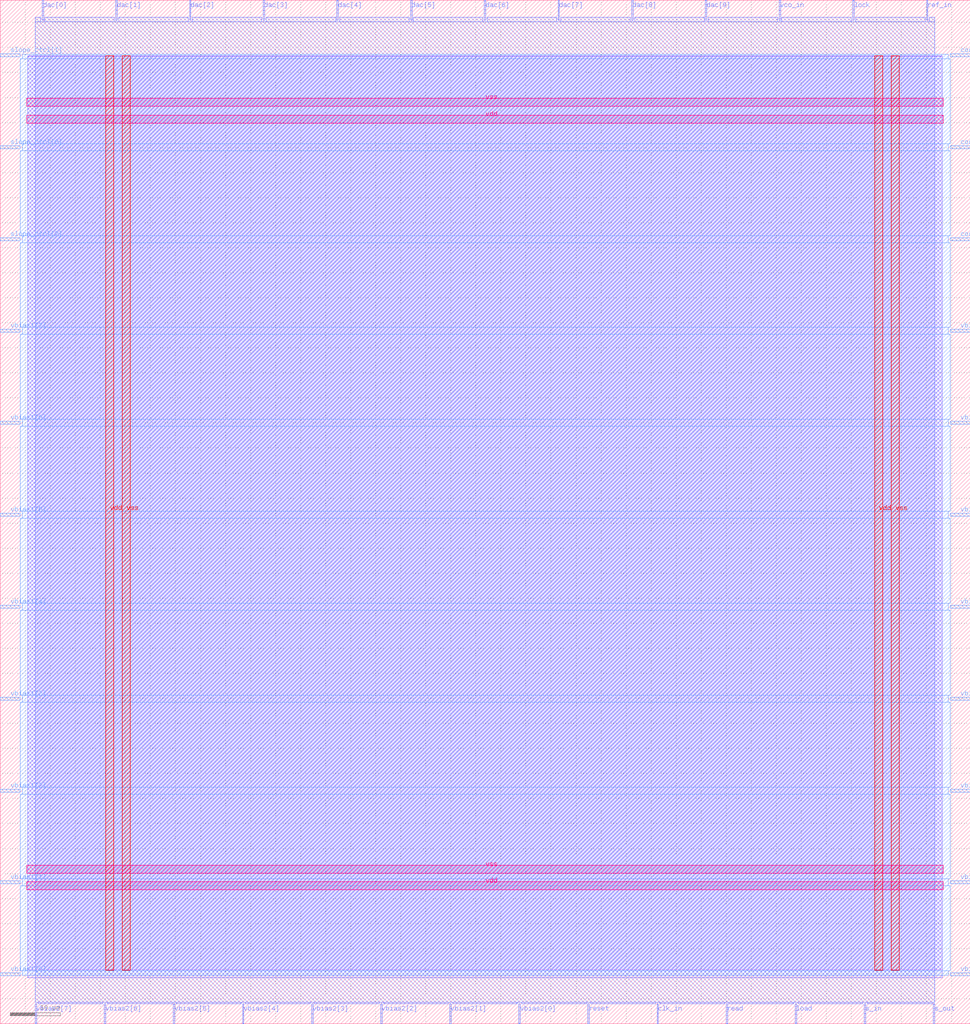
<source format=lef>
VERSION 5.7 ;
  NOWIREEXTENSIONATPIN ON ;
  DIVIDERCHAR "/" ;
  BUSBITCHARS "[]" ;
MACRO wrapper
  CLASS BLOCK ;
  FOREIGN wrapper ;
  ORIGIN 0.000 0.000 ;
  SIZE 193.745 BY 204.465 ;
  PIN clk_in
    DIRECTION INPUT ;
    USE SIGNAL ;
    PORT
      LAYER met2 ;
        RECT 131.190 0.000 131.470 4.000 ;
    END
  END clk_in
  PIN corner[0]
    DIRECTION OUTPUT TRISTATE ;
    USE SIGNAL ;
    PORT
      LAYER met3 ;
        RECT 189.745 193.160 193.745 193.760 ;
    END
  END corner[0]
  PIN corner[1]
    DIRECTION OUTPUT TRISTATE ;
    USE SIGNAL ;
    PORT
      LAYER met3 ;
        RECT 189.745 174.800 193.745 175.400 ;
    END
  END corner[1]
  PIN corner[2]
    DIRECTION OUTPUT TRISTATE ;
    USE SIGNAL ;
    PORT
      LAYER met3 ;
        RECT 189.745 156.440 193.745 157.040 ;
    END
  END corner[2]
  PIN dac[0]
    DIRECTION OUTPUT TRISTATE ;
    USE SIGNAL ;
    PORT
      LAYER met2 ;
        RECT 8.370 200.465 8.650 204.465 ;
    END
  END dac[0]
  PIN dac[1]
    DIRECTION OUTPUT TRISTATE ;
    USE SIGNAL ;
    PORT
      LAYER met2 ;
        RECT 23.090 200.465 23.370 204.465 ;
    END
  END dac[1]
  PIN dac[2]
    DIRECTION OUTPUT TRISTATE ;
    USE SIGNAL ;
    PORT
      LAYER met2 ;
        RECT 37.810 200.465 38.090 204.465 ;
    END
  END dac[2]
  PIN dac[3]
    DIRECTION OUTPUT TRISTATE ;
    USE SIGNAL ;
    PORT
      LAYER met2 ;
        RECT 52.530 200.465 52.810 204.465 ;
    END
  END dac[3]
  PIN dac[4]
    DIRECTION OUTPUT TRISTATE ;
    USE SIGNAL ;
    PORT
      LAYER met2 ;
        RECT 67.250 200.465 67.530 204.465 ;
    END
  END dac[4]
  PIN dac[5]
    DIRECTION OUTPUT TRISTATE ;
    USE SIGNAL ;
    PORT
      LAYER met2 ;
        RECT 81.970 200.465 82.250 204.465 ;
    END
  END dac[5]
  PIN dac[6]
    DIRECTION OUTPUT TRISTATE ;
    USE SIGNAL ;
    PORT
      LAYER met2 ;
        RECT 96.690 200.465 96.970 204.465 ;
    END
  END dac[6]
  PIN dac[7]
    DIRECTION OUTPUT TRISTATE ;
    USE SIGNAL ;
    PORT
      LAYER met2 ;
        RECT 111.410 200.465 111.690 204.465 ;
    END
  END dac[7]
  PIN dac[8]
    DIRECTION OUTPUT TRISTATE ;
    USE SIGNAL ;
    PORT
      LAYER met2 ;
        RECT 126.130 200.465 126.410 204.465 ;
    END
  END dac[8]
  PIN dac[9]
    DIRECTION OUTPUT TRISTATE ;
    USE SIGNAL ;
    PORT
      LAYER met2 ;
        RECT 140.850 200.465 141.130 204.465 ;
    END
  END dac[9]
  PIN load
    DIRECTION INPUT ;
    USE SIGNAL ;
    PORT
      LAYER met2 ;
        RECT 158.790 0.000 159.070 4.000 ;
    END
  END load
  PIN lock
    DIRECTION OUTPUT TRISTATE ;
    USE SIGNAL ;
    PORT
      LAYER met2 ;
        RECT 170.290 200.465 170.570 204.465 ;
    END
  END lock
  PIN read
    DIRECTION INPUT ;
    USE SIGNAL ;
    PORT
      LAYER met2 ;
        RECT 144.990 0.000 145.270 4.000 ;
    END
  END read
  PIN ref_in
    DIRECTION INPUT ;
    USE SIGNAL ;
    PORT
      LAYER met2 ;
        RECT 185.010 200.465 185.290 204.465 ;
    END
  END ref_in
  PIN reset
    DIRECTION INPUT ;
    USE SIGNAL ;
    PORT
      LAYER met2 ;
        RECT 117.390 0.000 117.670 4.000 ;
    END
  END reset
  PIN s_in
    DIRECTION INPUT ;
    USE SIGNAL ;
    PORT
      LAYER met2 ;
        RECT 172.590 0.000 172.870 4.000 ;
    END
  END s_in
  PIN s_out
    DIRECTION OUTPUT TRISTATE ;
    USE SIGNAL ;
    PORT
      LAYER met2 ;
        RECT 186.390 0.000 186.670 4.000 ;
    END
  END s_out
  PIN slope_ctrl[0]
    DIRECTION OUTPUT TRISTATE ;
    USE SIGNAL ;
    PORT
      LAYER met3 ;
        RECT 0.000 174.800 4.000 175.400 ;
    END
  END slope_ctrl[0]
  PIN slope_ctrl[1]
    DIRECTION OUTPUT TRISTATE ;
    USE SIGNAL ;
    PORT
      LAYER met3 ;
        RECT 0.000 193.160 4.000 193.760 ;
    END
  END slope_ctrl[1]
  PIN slope_ctrl[2]
    DIRECTION OUTPUT TRISTATE ;
    USE SIGNAL ;
    PORT
      LAYER met3 ;
        RECT 0.000 156.440 4.000 157.040 ;
    END
  END slope_ctrl[2]
  PIN vbias1[0]
    DIRECTION OUTPUT TRISTATE ;
    USE SIGNAL ;
    PORT
      LAYER met3 ;
        RECT 0.000 9.560 4.000 10.160 ;
    END
  END vbias1[0]
  PIN vbias1[1]
    DIRECTION OUTPUT TRISTATE ;
    USE SIGNAL ;
    PORT
      LAYER met3 ;
        RECT 0.000 27.920 4.000 28.520 ;
    END
  END vbias1[1]
  PIN vbias1[2]
    DIRECTION OUTPUT TRISTATE ;
    USE SIGNAL ;
    PORT
      LAYER met3 ;
        RECT 0.000 46.280 4.000 46.880 ;
    END
  END vbias1[2]
  PIN vbias1[3]
    DIRECTION OUTPUT TRISTATE ;
    USE SIGNAL ;
    PORT
      LAYER met3 ;
        RECT 0.000 64.640 4.000 65.240 ;
    END
  END vbias1[3]
  PIN vbias1[4]
    DIRECTION OUTPUT TRISTATE ;
    USE SIGNAL ;
    PORT
      LAYER met3 ;
        RECT 0.000 83.000 4.000 83.600 ;
    END
  END vbias1[4]
  PIN vbias1[5]
    DIRECTION OUTPUT TRISTATE ;
    USE SIGNAL ;
    PORT
      LAYER met3 ;
        RECT 0.000 101.360 4.000 101.960 ;
    END
  END vbias1[5]
  PIN vbias1[6]
    DIRECTION OUTPUT TRISTATE ;
    USE SIGNAL ;
    PORT
      LAYER met3 ;
        RECT 0.000 119.720 4.000 120.320 ;
    END
  END vbias1[6]
  PIN vbias1[7]
    DIRECTION OUTPUT TRISTATE ;
    USE SIGNAL ;
    PORT
      LAYER met3 ;
        RECT 0.000 138.080 4.000 138.680 ;
    END
  END vbias1[7]
  PIN vbias2[0]
    DIRECTION OUTPUT TRISTATE ;
    USE SIGNAL ;
    PORT
      LAYER met2 ;
        RECT 103.590 0.000 103.870 4.000 ;
    END
  END vbias2[0]
  PIN vbias2[1]
    DIRECTION OUTPUT TRISTATE ;
    USE SIGNAL ;
    PORT
      LAYER met2 ;
        RECT 89.790 0.000 90.070 4.000 ;
    END
  END vbias2[1]
  PIN vbias2[2]
    DIRECTION OUTPUT TRISTATE ;
    USE SIGNAL ;
    PORT
      LAYER met2 ;
        RECT 75.990 0.000 76.270 4.000 ;
    END
  END vbias2[2]
  PIN vbias2[3]
    DIRECTION OUTPUT TRISTATE ;
    USE SIGNAL ;
    PORT
      LAYER met2 ;
        RECT 62.190 0.000 62.470 4.000 ;
    END
  END vbias2[3]
  PIN vbias2[4]
    DIRECTION OUTPUT TRISTATE ;
    USE SIGNAL ;
    PORT
      LAYER met2 ;
        RECT 48.390 0.000 48.670 4.000 ;
    END
  END vbias2[4]
  PIN vbias2[5]
    DIRECTION OUTPUT TRISTATE ;
    USE SIGNAL ;
    PORT
      LAYER met2 ;
        RECT 34.590 0.000 34.870 4.000 ;
    END
  END vbias2[5]
  PIN vbias2[6]
    DIRECTION OUTPUT TRISTATE ;
    USE SIGNAL ;
    PORT
      LAYER met2 ;
        RECT 20.790 0.000 21.070 4.000 ;
    END
  END vbias2[6]
  PIN vbias2[7]
    DIRECTION OUTPUT TRISTATE ;
    USE SIGNAL ;
    PORT
      LAYER met2 ;
        RECT 6.990 0.000 7.270 4.000 ;
    END
  END vbias2[7]
  PIN vbias3[0]
    DIRECTION OUTPUT TRISTATE ;
    USE SIGNAL ;
    PORT
      LAYER met3 ;
        RECT 189.745 9.560 193.745 10.160 ;
    END
  END vbias3[0]
  PIN vbias3[1]
    DIRECTION OUTPUT TRISTATE ;
    USE SIGNAL ;
    PORT
      LAYER met3 ;
        RECT 189.745 27.920 193.745 28.520 ;
    END
  END vbias3[1]
  PIN vbias3[2]
    DIRECTION OUTPUT TRISTATE ;
    USE SIGNAL ;
    PORT
      LAYER met3 ;
        RECT 189.745 46.280 193.745 46.880 ;
    END
  END vbias3[2]
  PIN vbias3[3]
    DIRECTION OUTPUT TRISTATE ;
    USE SIGNAL ;
    PORT
      LAYER met3 ;
        RECT 189.745 64.640 193.745 65.240 ;
    END
  END vbias3[3]
  PIN vbias3[4]
    DIRECTION OUTPUT TRISTATE ;
    USE SIGNAL ;
    PORT
      LAYER met3 ;
        RECT 189.745 83.000 193.745 83.600 ;
    END
  END vbias3[4]
  PIN vbias3[5]
    DIRECTION OUTPUT TRISTATE ;
    USE SIGNAL ;
    PORT
      LAYER met3 ;
        RECT 189.745 101.360 193.745 101.960 ;
    END
  END vbias3[5]
  PIN vbias3[6]
    DIRECTION OUTPUT TRISTATE ;
    USE SIGNAL ;
    PORT
      LAYER met3 ;
        RECT 189.745 119.720 193.745 120.320 ;
    END
  END vbias3[6]
  PIN vbias3[7]
    DIRECTION OUTPUT TRISTATE ;
    USE SIGNAL ;
    PORT
      LAYER met3 ;
        RECT 189.745 138.080 193.745 138.680 ;
    END
  END vbias3[7]
  PIN vco_in
    DIRECTION INPUT ;
    USE SIGNAL ;
    PORT
      LAYER met2 ;
        RECT 155.570 200.465 155.850 204.465 ;
    END
  END vco_in
  PIN vdd
    DIRECTION INOUT ;
    USE POWER ;
    PORT
      LAYER met4 ;
        RECT 21.040 10.640 22.640 193.360 ;
    END
    PORT
      LAYER met4 ;
        RECT 174.640 10.640 176.240 193.360 ;
    END
    PORT
      LAYER met5 ;
        RECT 5.280 26.730 188.380 28.330 ;
    END
    PORT
      LAYER met5 ;
        RECT 5.280 179.910 188.380 181.510 ;
    END
  END vdd
  PIN vss
    DIRECTION INOUT ;
    USE GROUND ;
    PORT
      LAYER met4 ;
        RECT 24.340 10.640 25.940 193.360 ;
    END
    PORT
      LAYER met4 ;
        RECT 177.940 10.640 179.540 193.360 ;
    END
    PORT
      LAYER met5 ;
        RECT 5.280 30.030 188.380 31.630 ;
    END
    PORT
      LAYER met5 ;
        RECT 5.280 183.210 188.380 184.810 ;
    END
  END vss
  OBS
      LAYER li1 ;
        RECT 5.520 10.795 188.140 193.205 ;
      LAYER met1 ;
        RECT 5.520 9.220 188.140 193.360 ;
      LAYER met2 ;
        RECT 7.000 200.185 8.090 201.010 ;
        RECT 8.930 200.185 22.810 201.010 ;
        RECT 23.650 200.185 37.530 201.010 ;
        RECT 38.370 200.185 52.250 201.010 ;
        RECT 53.090 200.185 66.970 201.010 ;
        RECT 67.810 200.185 81.690 201.010 ;
        RECT 82.530 200.185 96.410 201.010 ;
        RECT 97.250 200.185 111.130 201.010 ;
        RECT 111.970 200.185 125.850 201.010 ;
        RECT 126.690 200.185 140.570 201.010 ;
        RECT 141.410 200.185 155.290 201.010 ;
        RECT 156.130 200.185 170.010 201.010 ;
        RECT 170.850 200.185 184.730 201.010 ;
        RECT 185.570 200.185 186.660 201.010 ;
        RECT 7.000 4.280 186.660 200.185 ;
        RECT 7.550 4.000 20.510 4.280 ;
        RECT 21.350 4.000 34.310 4.280 ;
        RECT 35.150 4.000 48.110 4.280 ;
        RECT 48.950 4.000 61.910 4.280 ;
        RECT 62.750 4.000 75.710 4.280 ;
        RECT 76.550 4.000 89.510 4.280 ;
        RECT 90.350 4.000 103.310 4.280 ;
        RECT 104.150 4.000 117.110 4.280 ;
        RECT 117.950 4.000 130.910 4.280 ;
        RECT 131.750 4.000 144.710 4.280 ;
        RECT 145.550 4.000 158.510 4.280 ;
        RECT 159.350 4.000 172.310 4.280 ;
        RECT 173.150 4.000 186.110 4.280 ;
      LAYER met3 ;
        RECT 4.400 192.760 189.345 193.625 ;
        RECT 4.000 175.800 189.745 192.760 ;
        RECT 4.400 174.400 189.345 175.800 ;
        RECT 4.000 157.440 189.745 174.400 ;
        RECT 4.400 156.040 189.345 157.440 ;
        RECT 4.000 139.080 189.745 156.040 ;
        RECT 4.400 137.680 189.345 139.080 ;
        RECT 4.000 120.720 189.745 137.680 ;
        RECT 4.400 119.320 189.345 120.720 ;
        RECT 4.000 102.360 189.745 119.320 ;
        RECT 4.400 100.960 189.345 102.360 ;
        RECT 4.000 84.000 189.745 100.960 ;
        RECT 4.400 82.600 189.345 84.000 ;
        RECT 4.000 65.640 189.745 82.600 ;
        RECT 4.400 64.240 189.345 65.640 ;
        RECT 4.000 47.280 189.745 64.240 ;
        RECT 4.400 45.880 189.345 47.280 ;
        RECT 4.000 28.920 189.745 45.880 ;
        RECT 4.400 27.520 189.345 28.920 ;
        RECT 4.000 10.560 189.745 27.520 ;
        RECT 4.400 9.695 189.345 10.560 ;
  END
END wrapper
END LIBRARY


</source>
